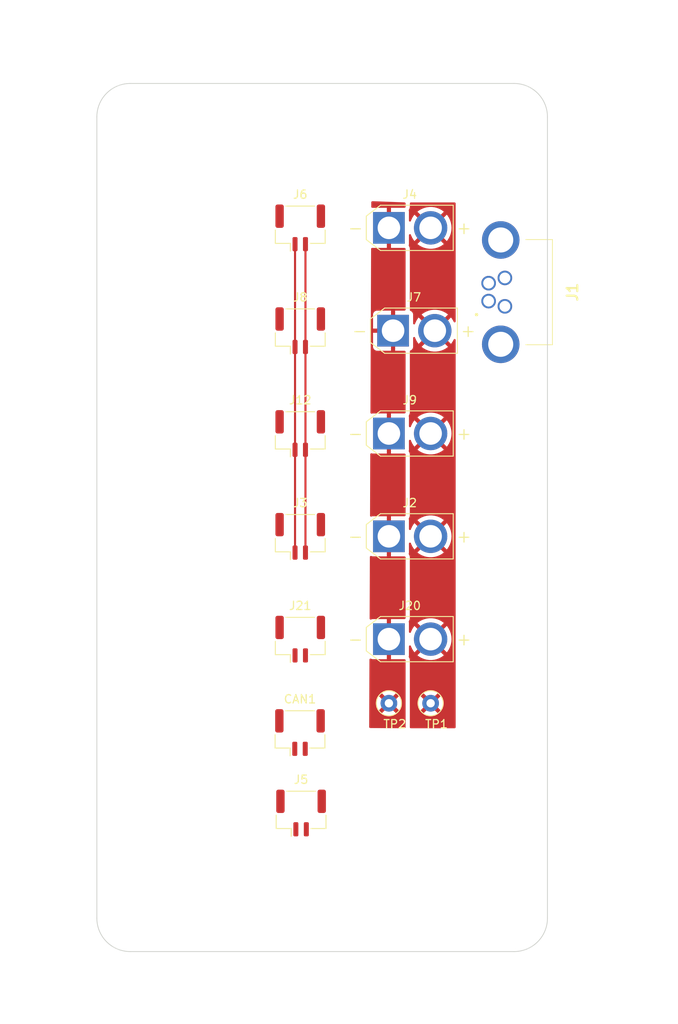
<source format=kicad_pcb>
(kicad_pcb (version 20221018) (generator pcbnew)
  (layers (0 "F.Cu" signal) (31 "B.Cu" signal) (34 "B.Paste" user) (35 "F.Paste" user) (36 "B.SilkS" user "B.Silkscreen") (37 "F.SilkS" user "F.Silkscreen") (38 "B.Mask" user) (39 "F.Mask" user) (44 "Edge.Cuts" user))
  (net 0 "")
  (net 1 "/CANH")
  (net 2 "/CANL")
  (net 3 "GND")
  (net 4 "+24V")
  (net 5 "Net-(J1-Pin_1)")
  (net 6 "Net-(J1-Pin_2)")
  (net 7 "Net-(J1-Pin_3)")
  (net 8 "Net-(J1-Pin_4)")
  (net 9 "Net-(J5-Pin_1)")
  (net 10 "Net-(J5-Pin_2)")
  (net 11 "/Turret_CANL")
  (net 12 "/Turret_CANH")
  (net 13 "/Shooter_CANL")
  (net 14 "/Shooter_CANH")
  (footprint "Connector_JST:JST_GH_BM02B-GHS-TBT_1x02-1MP_P1.25mm_Vertical" (layer "F.Cu") (at 127.475 127.4)
    (fp_text reference "J5" (at 0 -4) (layer "F.SilkS"))
    (fp_text value "Conn_01x02_Pin")
    (fp_line (start -2.985 0.26) (end -2.985 1.86) (stroke (width 0.12)) (layer "F.SilkS"))
    (fp_line (start -2.985 1.86) (end -1.185 1.86) (stroke (width 0.12)) (layer "F.SilkS"))
    (fp_line (start -1.715 -2.61) (end 1.715 -2.61) (stroke (width 0.12)) (layer "F.SilkS"))
    (fp_line (start -1.185 1.86) (end -1.185 2.8) (stroke (width 0.12)) (layer "F.SilkS"))
    (fp_line (start 2.985 0.26) (end 2.985 1.86) (stroke (width 0.12)) (layer "F.SilkS"))
    (fp_line (start 2.985 1.86) (end 1.185 1.86) (stroke (width 0.12)) (layer "F.SilkS"))
    (pad "1" smd roundrect (at -0.625 1.95) (size 0.6 1.7) (layers "F.Cu" "F.Paste" "F.Mask") (net 9 "Net-(J5-Pin_1)"))
    (pad "2" smd roundrect (at 0.625 1.95) (size 0.6 1.7) (layers "F.Cu" "F.Paste" "F.Mask") (net 10 "Net-(J5-Pin_2)"))
    (pad "MP" smd roundrect (at -2.475 -1.4) (size 1 2.8) (layers "F.Cu" "F.Paste" "F.Mask"))
    (pad "MP" smd roundrect (at 2.475 -1.4) (size 1 2.8) (layers "F.Cu" "F.Paste" "F.Mask"))
  )
  (footprint "Connector_JST:JST_GH_BM02B-GHS-TBT_1x02-1MP_P1.25mm_Vertical" (layer "F.Cu") (at 127.345 117.76)
    (fp_text reference "CAN1" (at 0 -4) (layer "F.SilkS"))
    (fp_text value "Conn_01x02_Pin")
    (fp_line (start -2.985 0.26) (end -2.985 1.86) (stroke (width 0.12)) (layer "F.SilkS"))
    (fp_line (start -2.985 1.86) (end -1.185 1.86) (stroke (width 0.12)) (layer "F.SilkS"))
    (fp_line (start -1.715 -2.61) (end 1.715 -2.61) (stroke (width 0.12)) (layer "F.SilkS"))
    (fp_line (start -1.185 1.86) (end -1.185 2.8) (stroke (width 0.12)) (layer "F.SilkS"))
    (fp_line (start 2.985 0.26) (end 2.985 1.86) (stroke (width 0.12)) (layer "F.SilkS"))
    (fp_line (start 2.985 1.86) (end 1.185 1.86) (stroke (width 0.12)) (layer "F.SilkS"))
    (pad "1" smd roundrect (at -0.625 1.95) (size 0.6 1.7) (layers "F.Cu" "F.Paste" "F.Mask") (net 1 "/CANH"))
    (pad "2" smd roundrect (at 0.625 1.95) (size 0.6 1.7) (layers "F.Cu" "F.Paste" "F.Mask") (net 2 "/CANL"))
    (pad "MP" smd roundrect (at -2.475 -1.4) (size 1 2.8) (layers "F.Cu" "F.Paste" "F.Mask"))
    (pad "MP" smd roundrect (at 2.475 -1.4) (size 1 2.8) (layers "F.Cu" "F.Paste" "F.Mask"))
  )
  (footprint "Connector_AMASS:AMASS_XT30U-F_1x02_P5.0mm_Vertical" (layer "F.Cu") (at 138 57.3)
    (fp_text reference "J4" (at 2.5 -4) (layer "F.SilkS"))
    (fp_text value "Conn_01x02_Pin")
    (fp_text user "-" (at -4 0) (layer "F.SilkS") (effects (font (size 1.5 1.5))))
    (fp_text user "+" (at 9 0) (layer "F.SilkS") (effects (font (size 1.5 1.5))))
    (fp_line (start -2.71 -1.41) (end -2.71 1.41) (stroke (width 0.12)) (layer "F.SilkS"))
    (fp_line (start -2.71 -1.41) (end -1.01 -2.71) (stroke (width 0.12)) (layer "F.SilkS"))
    (fp_line (start -2.71 1.41) (end -1.01 2.71) (stroke (width 0.12)) (layer "F.SilkS"))
    (fp_line (start -1.01 -2.71) (end 7.71 -2.71) (stroke (width 0.12)) (layer "F.SilkS"))
    (fp_line (start -1.01 2.71) (end 7.71 2.71) (stroke (width 0.12)) (layer "F.SilkS"))
    (fp_line (start 7.71 -2.71) (end 7.71 2.71) (stroke (width 0.12)) (layer "F.SilkS"))
    (pad "1" thru_hole rect (at 0 0) (size 3.8 3.8) (drill 2.7) (layers "*.Cu" "*.Mask") (net 3 "GND"))
    (pad "2" thru_hole circle (at 5 0) (size 4 4) (drill 2.7) (layers "*.Cu" "*.Mask") (net 4 "+24V"))
  )
  (footprint "MountingHole:MountingHole_3mm" (layer "F.Cu") (at 153 44)
    (fp_text reference "H1" (at 0 0) (layer "F.SilkS"))
    (fp_text value "MountingHole")
    (pad "" np_thru_hole circle (at 0 0) (size 3 3) (drill 3) (layers "*.Cu" "*.Mask"))
  )
  (footprint "Connector_JST:JST_GH_BM02B-GHS-TBT_1x02-1MP_P1.25mm_Vertical" (layer "F.Cu") (at 127.375 57.3)
    (fp_text reference "J6" (at 0 -4) (layer "F.SilkS"))
    (fp_text value "Conn_01x02_Pin")
    (fp_line (start -2.985 0.26) (end -2.985 1.86) (stroke (width 0.12)) (layer "F.SilkS"))
    (fp_line (start -2.985 1.86) (end -1.185 1.86) (stroke (width 0.12)) (layer "F.SilkS"))
    (fp_line (start -1.715 -2.61) (end 1.715 -2.61) (stroke (width 0.12)) (layer "F.SilkS"))
    (fp_line (start -1.185 1.86) (end -1.185 2.8) (stroke (width 0.12)) (layer "F.SilkS"))
    (fp_line (start 2.985 0.26) (end 2.985 1.86) (stroke (width 0.12)) (layer "F.SilkS"))
    (fp_line (start 2.985 1.86) (end 1.185 1.86) (stroke (width 0.12)) (layer "F.SilkS"))
    (pad "1" smd roundrect (at -0.625 1.95) (size 0.6 1.7) (layers "F.Cu" "F.Paste" "F.Mask") (net 13 "/Shooter_CANL"))
    (pad "2" smd roundrect (at 0.625 1.95) (size 0.6 1.7) (layers "F.Cu" "F.Paste" "F.Mask") (net 14 "/Shooter_CANH"))
    (pad "MP" smd roundrect (at -2.475 -1.4) (size 1 2.8) (layers "F.Cu" "F.Paste" "F.Mask"))
    (pad "MP" smd roundrect (at 2.475 -1.4) (size 1 2.8) (layers "F.Cu" "F.Paste" "F.Mask"))
  )
  (footprint "Connector_JST:JST_GH_BM02B-GHS-TBT_1x02-1MP_P1.25mm_Vertical" (layer "F.Cu") (at 127.375 81.935)
    (fp_text reference "J12" (at 0 -4) (layer "F.SilkS"))
    (fp_text value "Conn_01x02_Pin")
    (fp_line (start -2.985 0.26) (end -2.985 1.86) (stroke (width 0.12)) (layer "F.SilkS"))
    (fp_line (start -2.985 1.86) (end -1.185 1.86) (stroke (width 0.12)) (layer "F.SilkS"))
    (fp_line (start -1.715 -2.61) (end 1.715 -2.61) (stroke (width 0.12)) (layer "F.SilkS"))
    (fp_line (start -1.185 1.86) (end -1.185 2.8) (stroke (width 0.12)) (layer "F.SilkS"))
    (fp_line (start 2.985 0.26) (end 2.985 1.86) (stroke (width 0.12)) (layer "F.SilkS"))
    (fp_line (start 2.985 1.86) (end 1.185 1.86) (stroke (width 0.12)) (layer "F.SilkS"))
    (pad "1" smd roundrect (at -0.625 1.95) (size 0.6 1.7) (layers "F.Cu" "F.Paste" "F.Mask") (net 13 "/Shooter_CANL"))
    (pad "2" smd roundrect (at 0.625 1.95) (size 0.6 1.7) (layers "F.Cu" "F.Paste" "F.Mask") (net 14 "/Shooter_CANH"))
    (pad "MP" smd roundrect (at -2.475 -1.4) (size 1 2.8) (layers "F.Cu" "F.Paste" "F.Mask"))
    (pad "MP" smd roundrect (at 2.475 -1.4) (size 1 2.8) (layers "F.Cu" "F.Paste" "F.Mask"))
  )
  (footprint "Connector_AMASS:AMASS_XT30U-F_1x02_P5.0mm_Vertical" (layer "F.Cu") (at 138 106.57)
    (fp_text reference "J20" (at 2.5 -4) (layer "F.SilkS"))
    (fp_text value "Conn_01x02_Pin")
    (fp_text user "+" (at 9 0) (layer "F.SilkS") (effects (font (size 1.5 1.5))))
    (fp_text user "-" (at -4 0) (layer "F.SilkS") (effects (font (size 1.5 1.5))))
    (fp_line (start -2.71 -1.41) (end -2.71 1.41) (stroke (width 0.12)) (layer "F.SilkS"))
    (fp_line (start -2.71 -1.41) (end -1.01 -2.71) (stroke (width 0.12)) (layer "F.SilkS"))
    (fp_line (start -2.71 1.41) (end -1.01 2.71) (stroke (width 0.12)) (layer "F.SilkS"))
    (fp_line (start -1.01 -2.71) (end 7.71 -2.71) (stroke (width 0.12)) (layer "F.SilkS"))
    (fp_line (start -1.01 2.71) (end 7.71 2.71) (stroke (width 0.12)) (layer "F.SilkS"))
    (fp_line (start 7.71 -2.71) (end 7.71 2.71) (stroke (width 0.12)) (layer "F.SilkS"))
    (pad "1" thru_hole rect (at 0 0) (size 3.8 3.8) (drill 2.7) (layers "*.Cu" "*.Mask") (net 3 "GND"))
    (pad "2" thru_hole circle (at 5 0) (size 4 4) (drill 2.7) (layers "*.Cu" "*.Mask") (net 4 "+24V"))
  )
  (footprint "TestPoint:TestPoint_Loop_D1.80mm_Drill1.0mm_Beaded" (layer "F.Cu") (at 138 114.25)
    (fp_text reference "TP2" (at 0.7 2.5) (layer "F.SilkS"))
    (fp_text value "TestPoint")
    (fp_circle (center 0 0) (end 1.5 0) (stroke (width 0.12)) (fill none) (layer "F.SilkS"))
    (pad "1" thru_hole circle (at 0 0) (size 2 2) (drill 1) (layers "*.Cu" "*.Mask") (net 3 "GND"))
  )
  (footprint "Connector_AMASS:AMASS_XT30U-F_1x02_P5.0mm_Vertical" (layer "F.Cu") (at 138 94.2525)
    (fp_text reference "J2" (at 2.5 -4) (layer "F.SilkS"))
    (fp_text value "Conn_01x02_Pin")
    (fp_text user "-" (at -4 0) (layer "F.SilkS") (effects (font (size 1.5 1.5))))
    (fp_text user "+" (at 9 0) (layer "F.SilkS") (effects (font (size 1.5 1.5))))
    (fp_line (start -2.71 -1.41) (end -2.71 1.41) (stroke (width 0.12)) (layer "F.SilkS"))
    (fp_line (start -2.71 -1.41) (end -1.01 -2.71) (stroke (width 0.12)) (layer "F.SilkS"))
    (fp_line (start -2.71 1.41) (end -1.01 2.71) (stroke (width 0.12)) (layer "F.SilkS"))
    (fp_line (start -1.01 -2.71) (end 7.71 -2.71) (stroke (width 0.12)) (layer "F.SilkS"))
    (fp_line (start -1.01 2.71) (end 7.71 2.71) (stroke (width 0.12)) (layer "F.SilkS"))
    (fp_line (start 7.71 -2.71) (end 7.71 2.71) (stroke (width 0.12)) (layer "F.SilkS"))
    (pad "1" thru_hole rect (at 0 0) (size 3.8 3.8) (drill 2.7) (layers "*.Cu" "*.Mask") (net 3 "GND"))
    (pad "2" thru_hole circle (at 5 0) (size 4 4) (drill 2.7) (layers "*.Cu" "*.Mask") (net 4 "+24V"))
  )
  (footprint "Connector_JST:JST_GH_BM02B-GHS-TBT_1x02-1MP_P1.25mm_Vertical" (layer "F.Cu") (at 127.375 106.57)
    (fp_text reference "J21" (at 0 -4) (layer "F.SilkS"))
    (fp_text value "Conn_01x02_Pin")
    (fp_line (start -2.985 0.26) (end -2.985 1.86) (stroke (width 0.12)) (layer "F.SilkS"))
    (fp_line (start -2.985 1.86) (end -1.185 1.86) (stroke (width 0.12)) (layer "F.SilkS"))
    (fp_line (start -1.715 -2.61) (end 1.715 -2.61) (stroke (width 0.12)) (layer "F.SilkS"))
    (fp_line (start -1.185 1.86) (end -1.185 2.8) (stroke (width 0.12)) (layer "F.SilkS"))
    (fp_line (start 2.985 0.26) (end 2.985 1.86) (stroke (width 0.12)) (layer "F.SilkS"))
    (fp_line (start 2.985 1.86) (end 1.185 1.86) (stroke (width 0.12)) (layer "F.SilkS"))
    (pad "1" smd roundrect (at -0.625 1.95) (size 0.6 1.7) (layers "F.Cu" "F.Paste" "F.Mask") (net 11 "/Turret_CANL"))
    (pad "2" smd roundrect (at 0.625 1.95) (size 0.6 1.7) (layers "F.Cu" "F.Paste" "F.Mask") (net 12 "/Turret_CANH"))
    (pad "MP" smd roundrect (at -2.475 -1.4) (size 1 2.8) (layers "F.Cu" "F.Paste" "F.Mask"))
    (pad "MP" smd roundrect (at 2.475 -1.4) (size 1 2.8) (layers "F.Cu" "F.Paste" "F.Mask"))
  )
  (footprint "Connector_JST:JST_GH_BM02B-GHS-TBT_1x02-1MP_P1.25mm_Vertical" (layer "F.Cu") (at 127.375 69.6175)
    (fp_text reference "J8" (at 0 -4) (layer "F.SilkS"))
    (fp_text value "Conn_01x02_Pin")
    (fp_line (start -2.985 0.26) (end -2.985 1.86) (stroke (width 0.12)) (layer "F.SilkS"))
    (fp_line (start -2.985 1.86) (end -1.185 1.86) (stroke (width 0.12)) (layer "F.SilkS"))
    (fp_line (start -1.715 -2.61) (end 1.715 -2.61) (stroke (width 0.12)) (layer "F.SilkS"))
    (fp_line (start -1.185 1.86) (end -1.185 2.8) (stroke (width 0.12)) (layer "F.SilkS"))
    (fp_line (start 2.985 0.26) (end 2.985 1.86) (stroke (width 0.12)) (layer "F.SilkS"))
    (fp_line (start 2.985 1.86) (end 1.185 1.86) (stroke (width 0.12)) (layer "F.SilkS"))
    (pad "1" smd roundrect (at -0.625 1.95) (size 0.6 1.7) (layers "F.Cu" "F.Paste" "F.Mask") (net 13 "/Shooter_CANL"))
    (pad "2" smd roundrect (at 0.625 1.95) (size 0.6 1.7) (layers "F.Cu" "F.Paste" "F.Mask") (net 14 "/Shooter_CANH"))
    (pad "MP" smd roundrect (at -2.475 -1.4) (size 1 2.8) (layers "F.Cu" "F.Paste" "F.Mask"))
    (pad "MP" smd roundrect (at 2.475 -1.4) (size 1 2.8) (layers "F.Cu" "F.Paste" "F.Mask"))
  )
  (footprint "TestPoint:TestPoint_Loop_D1.80mm_Drill1.0mm_Beaded" (layer "F.Cu") (at 143 114.25)
    (fp_text reference "TP1" (at 0.7 2.5) (layer "F.SilkS"))
    (fp_text value "TestPoint")
    (fp_circle (center 0 0) (end 1.5 0) (stroke (width 0.12)) (fill none) (layer "F.SilkS"))
    (pad "1" thru_hole circle (at 0 0) (size 2 2) (drill 1) (layers "*.Cu" "*.Mask") (net 4 "+24V"))
  )
  (footprint "MountingHole:MountingHole_3mm" (layer "F.Cu") (at 153 140)
    (fp_text reference "H4" (at 0 0) (layer "F.SilkS"))
    (fp_text value "MountingHole")
    (pad "" np_thru_hole circle (at 0 0) (size 3 3) (drill 3) (layers "*.Cu" "*.Mask"))
  )
  (footprint "MountingHole:MountingHole_3mm" (layer "F.Cu") (at 107 140)
    (fp_text reference "H3" (at 0 0) (layer "F.SilkS"))
    (fp_text value "MountingHole")
    (pad "" np_thru_hole circle (at 0 0) (size 3 3) (drill 3) (layers "*.Cu" "*.Mask"))
  )
  (footprint "Connector_AMASS:AMASS_XT30U-F_1x02_P5.0mm_Vertical" (layer "F.Cu") (at 138 81.935)
    (fp_text reference "J9" (at 2.5 -4) (layer "F.SilkS"))
    (fp_text value "Conn_01x02_Pin")
    (fp_text user "-" (at -4 0) (layer "F.SilkS") (effects (font (size 1.5 1.5))))
    (fp_text user "+" (at 9 0) (layer "F.SilkS") (effects (font (size 1.5 1.5))))
    (fp_line (start -2.71 -1.41) (end -2.71 1.41) (stroke (width 0.12)) (layer "F.SilkS"))
    (fp_line (start -2.71 -1.41) (end -1.01 -2.71) (stroke (width 0.12)) (layer "F.SilkS"))
    (fp_line (start -2.71 1.41) (end -1.01 2.71) (stroke (width 0.12)) (layer "F.SilkS"))
    (fp_line (start -1.01 -2.71) (end 7.71 -2.71) (stroke (width 0.12)) (layer "F.SilkS"))
    (fp_line (start -1.01 2.71) (end 7.71 2.71) (stroke (width 0.12)) (layer "F.SilkS"))
    (fp_line (start 7.71 -2.71) (end 7.71 2.71) (stroke (width 0.12)) (layer "F.SilkS"))
    (pad "1" thru_hole rect (at 0 0) (size 3.8 3.8) (drill 2.7) (layers "*.Cu" "*.Mask") (net 3 "GND"))
    (pad "2" thru_hole circle (at 5 0) (size 4 4) (drill 2.7) (layers "*.Cu" "*.Mask") (net 4 "+24V"))
  )
  (footprint "Robomasters:866319112100004" (layer "F.Cu") (at 151.9015 66.7 90)
    (fp_text reference "J1" (at 1.7 8.099 90) (layer "F.SilkS") (effects (font (size 1.27 1.27) (thickness 0.254))))
    (fp_text value "Conn_01x04_Pin" hide)
    (fp_line (start -4.6 2.5) (end -4.6 5.7) (stroke (width 0.1)) (layer "F.SilkS"))
    (fp_line (start -4.6 5.7) (end 8 5.7) (stroke (width 0.1)) (layer "F.SilkS"))
    (fp_line (start -1.1 -3.4) (end -1.1 -3.4) (stroke (width 0.2)) (layer "F.SilkS"))
    (fp_line (start -0.894 -3.4) (end -0.894 -3.4) (stroke (width 0.2)) (layer "F.SilkS"))
    (fp_line (start 8 5.7) (end 8 2.5) (stroke (width 0.1)) (layer "F.SilkS"))
    (fp_arc (start -1.1 -3.4) (mid -0.997 -3.503) (end -0.894 -3.4) (stroke (width 0.2)) (layer "F.SilkS"))
    (fp_arc (start -0.894 -3.4) (mid -0.997 -3.297) (end -1.1 -3.4) (stroke (width 0.2)) (layer "F.SilkS"))
    (pad "1" thru_hole circle (at 0 0 90) (size 1.75 1.75) (drill 1.3) (layers "*.Cu" "*.Mask") (net 5 "Net-(J1-Pin_1)"))
    (pad "2" thru_hole circle (at 0.625 -1.95 90) (size 1.75 1.75) (drill 1.3) (layers "*.Cu" "*.Mask") (net 6 "Net-(J1-Pin_2)"))
    (pad "3" thru_hole circle (at 3.4 0 90) (size 1.75 1.75) (drill 1.3) (layers "*.Cu" "*.Mask") (net 7 "Net-(J1-Pin_3)"))
    (pad "4" thru_hole circle (at 2.775 -1.95 90) (size 1.75 1.75) (drill 1.3) (layers "*.Cu" "*.Mask") (net 8 "Net-(J1-Pin_4)"))
    (pad "MH1" thru_hole circle (at -4.55 -0.5 90) (size 4.5 4.5) (drill 3) (layers "*.Cu" "*.Mask"))
    (pad "MH2" thru_hole circle (at 7.95 -0.5 90) (size 4.5 4.5) (drill 3) (layers "*.Cu" "*.Mask"))
  )
  (footprint "Connector_AMASS:AMASS_XT30U-F_1x02_P5.0mm_Vertical" (layer "F.Cu") (at 138.5 69.6175)
    (fp_text reference "J7" (at 2.5 -4) (layer "F.SilkS"))
    (fp_text value "Conn_01x02_Pin")
    (fp_text user "+" (at 9 0) (layer "F.SilkS") (effects (font (size 1.5 1.5))))
    (fp_text user "-" (at -4 0) (layer "F.SilkS") (effects (font (size 1.5 1.5))))
    (fp_line (start -2.71 -1.41) (end -2.71 1.41) (stroke (width 0.12)) (layer "F.SilkS"))
    (fp_line (start -2.71 -1.41) (end -1.01 -2.71) (stroke (width 0.12)) (layer "F.SilkS"))
    (fp_line (start -2.71 1.41) (end -1.01 2.71) (stroke (width 0.12)) (layer "F.SilkS"))
    (fp_line (start -1.01 -2.71) (end 7.71 -2.71) (stroke (width 0.12)) (layer "F.SilkS"))
    (fp_line (start -1.01 2.71) (end 7.71 2.71) (stroke (width 0.12)) (layer "F.SilkS"))
    (fp_line (start 7.71 -2.71) (end 7.71 2.71) (stroke (width 0.12)) (layer "F.SilkS"))
    (pad "1" thru_hole rect (at 0 0) (size 3.8 3.8) (drill 2.7) (layers "*.Cu" "*.Mask") (net 3 "GND"))
    (pad "2" thru_hole circle (at 5 0) (size 4 4) (drill 2.7) (layers "*.Cu" "*.Mask") (net 4 "+24V"))
  )
  (footprint "Connector_JST:JST_GH_BM02B-GHS-TBT_1x02-1MP_P1.25mm_Vertical" (layer "F.Cu") (at 127.375 94.2525)
    (fp_text reference "J3" (at 0 -4) (layer "F.SilkS"))
    (fp_text value "Conn_01x02_Pin")
    (fp_line (start -2.985 0.26) (end -2.985 1.86) (stroke (width 0.12)) (layer "F.SilkS"))
    (fp_line (start -2.985 1.86) (end -1.185 1.86) (stroke (width 0.12)) (layer "F.SilkS"))
    (fp_line (start -1.715 -2.61) (end 1.715 -2.61) (stroke (width 0.12)) (layer "F.SilkS"))
    (fp_line (start -1.185 1.86) (end -1.185 2.8) (stroke (width 0.12)) (layer "F.SilkS"))
    (fp_line (start 2.985 0.26) (end 2.985 1.86) (stroke (width 0.12)) (layer "F.SilkS"))
    (fp_line (start 2.985 1.86) (end 1.185 1.86) (stroke (width 0.12)) (layer "F.SilkS"))
    (pad "1" smd roundrect (at -0.625 1.95) (size 0.6 1.7) (layers "F.Cu" "F.Paste" "F.Mask") (net 13 "/Shooter_CANL"))
    (pad "2" smd roundrect (at 0.625 1.95) (size 0.6 1.7) (layers "F.Cu" "F.Paste" "F.Mask") (net 14 "/Shooter_CANH"))
    (pad "MP" smd roundrect (at -2.475 -1.4) (size 1 2.8) (layers "F.Cu" "F.Paste" "F.Mask"))
    (pad "MP" smd roundrect (at 2.475 -1.4) (size 1 2.8) (layers "F.Cu" "F.Paste" "F.Mask"))
  )
  (footprint "MountingHole:MountingHole_3mm" (layer "F.Cu") (at 107 44)
    (fp_text reference "H2" (at 0 0) (layer "F.SilkS"))
    (fp_text value "MountingHole")
    (pad "" np_thru_hole circle (at 0 0) (size 3 3) (drill 3) (layers "*.Cu" "*.Mask"))
  )
  (gr_line (start 107 40) (end 153 40) (stroke (width 0.1)) (layer "Edge.Cuts"))
  (gr_line (start 153 144) (end 107 144) (stroke (width 0.1)) (layer "Edge.Cuts"))
  (gr_arc (start 153 40) (mid 155.828427 41.171573) (end 157 44) (stroke (width 0.1)) (layer "Edge.Cuts"))
  (gr_line (start 103 140) (end 103 44) (stroke (width 0.1)) (layer "Edge.Cuts"))
  (gr_line (start 157 44) (end 157 140) (stroke (width 0.1)) (layer "Edge.Cuts"))
  (gr_arc (start 107 144) (mid 104.171573 142.828427) (end 103 140) (stroke (width 0.1)) (layer "Edge.Cuts"))
  (gr_arc (start 103 44) (mid 104.171573 41.171573) (end 107 40) (stroke (width 0.1)) (layer "Edge.Cuts"))
  (gr_arc (start 157 140) (mid 155.828427 142.828427) (end 153 144) (stroke (width 0.1)) (layer "Edge.Cuts"))
  (segment (start 126.75 59.25) (end 126.75 96.2025) (width 0.25) (layer "F.Cu") (net 13))
  (segment (start 128 59.25) (end 128 96.2025) (width 0.25) (layer "F.Cu") (net 14))
  (zone (net 4) (net_name "+24V") (layer "F.Cu") (priority 1) (connect_pads (clearance 0.5)) (min_thickness 0.25) (fill yes (thermal_gap 0.5) (thermal_bridge_width 0.5))
    (polygon (pts (xy 146 54.25) (xy 146 117.25) (xy 140 117.25) (xy 140 54.25)))
  )
  (zone (net 3) (net_name "GND") (layer "F.Cu") (priority 1) (connect_pads (clearance 0.5)) (min_thickness 0.25) (fill yes (thermal_gap 0.5) (thermal_bridge_width 0.5))
    (polygon (pts (xy 140 54.25) (xy 140 117.25) (xy 135.636 117.221) (xy 135.89 54.102)))
  )
)
</source>
